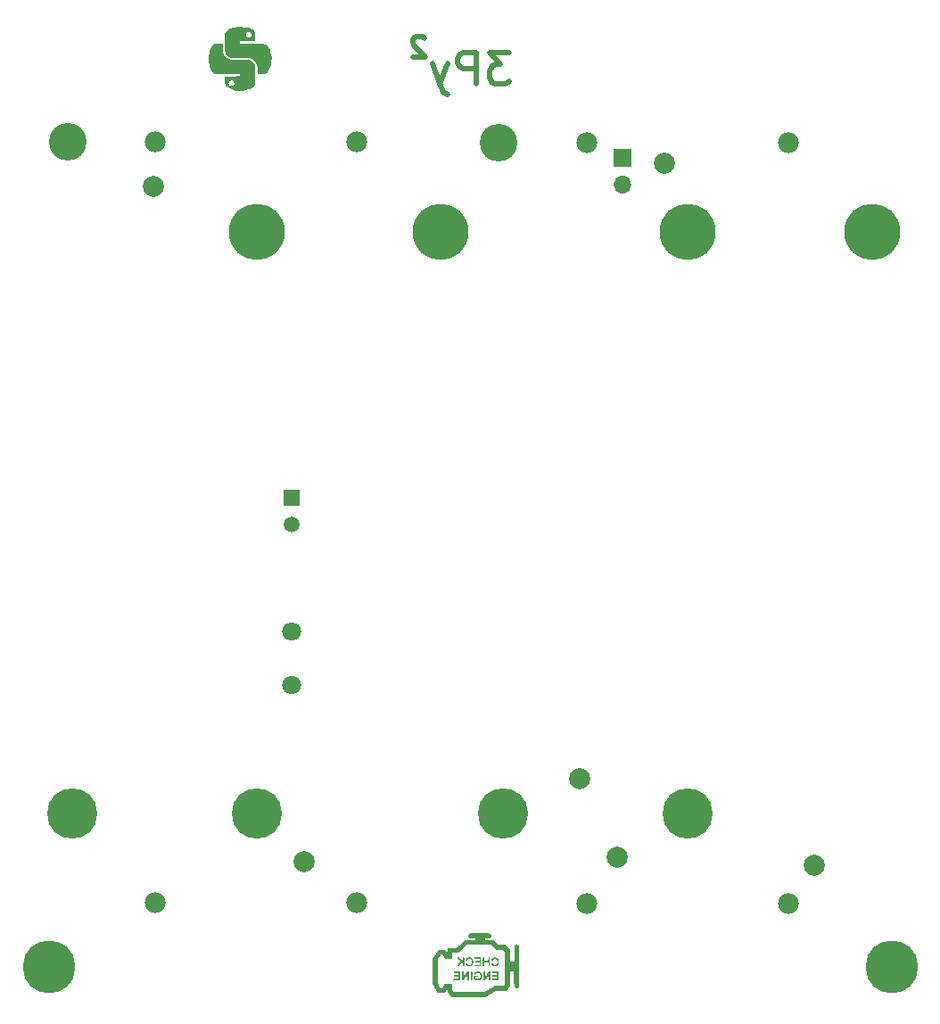
<source format=gbr>
%TF.GenerationSoftware,KiCad,Pcbnew,(6.0.7)*%
%TF.CreationDate,2023-03-29T01:01:16-07:00*%
%TF.ProjectId,battery_board_v1,62617474-6572-4795-9f62-6f6172645f76,rev?*%
%TF.SameCoordinates,Original*%
%TF.FileFunction,Soldermask,Bot*%
%TF.FilePolarity,Negative*%
%FSLAX46Y46*%
G04 Gerber Fmt 4.6, Leading zero omitted, Abs format (unit mm)*
G04 Created by KiCad (PCBNEW (6.0.7)) date 2023-03-29 01:01:16*
%MOMM*%
%LPD*%
G01*
G04 APERTURE LIST*
%ADD10C,0.500000*%
%ADD11C,4.770000*%
%ADD12C,5.325000*%
%ADD13C,3.570000*%
%ADD14C,1.980000*%
%ADD15C,5.000000*%
%ADD16C,2.000000*%
%ADD17R,1.700000X1.700000*%
%ADD18O,1.700000X1.700000*%
%ADD19R,1.508000X1.508000*%
%ADD20C,1.508000*%
%ADD21C,1.800000*%
G04 APERTURE END LIST*
D10*
X158278057Y-44737542D02*
X156420914Y-44737542D01*
X157420914Y-45880400D01*
X156992342Y-45880400D01*
X156706628Y-46023257D01*
X156563771Y-46166114D01*
X156420914Y-46451828D01*
X156420914Y-47166114D01*
X156563771Y-47451828D01*
X156706628Y-47594685D01*
X156992342Y-47737542D01*
X157849485Y-47737542D01*
X158135200Y-47594685D01*
X158278057Y-47451828D01*
X155135200Y-47737542D02*
X155135200Y-44737542D01*
X153992342Y-44737542D01*
X153706628Y-44880400D01*
X153563771Y-45023257D01*
X153420914Y-45308971D01*
X153420914Y-45737542D01*
X153563771Y-46023257D01*
X153706628Y-46166114D01*
X153992342Y-46308971D01*
X155135200Y-46308971D01*
X152420914Y-45737542D02*
X151706628Y-47737542D01*
X150992342Y-45737542D02*
X151706628Y-47737542D01*
X151992342Y-48451828D01*
X152135200Y-48594685D01*
X152420914Y-48737542D01*
X150279028Y-43392838D02*
X150183790Y-43297600D01*
X149993314Y-43202361D01*
X149517123Y-43202361D01*
X149326647Y-43297600D01*
X149231409Y-43392838D01*
X149136171Y-43583314D01*
X149136171Y-43773790D01*
X149231409Y-44059504D01*
X150374266Y-45202361D01*
X149136171Y-45202361D01*
%TO.C,G\u002A\u002A\u002A*%
G36*
X134177834Y-43266698D02*
G01*
X134185149Y-43684884D01*
X133463599Y-43690775D01*
X132742048Y-43696667D01*
X132742048Y-43875226D01*
X134996354Y-43897546D01*
X135123981Y-43957364D01*
X135176190Y-43983977D01*
X135335174Y-44096820D01*
X135467032Y-44243909D01*
X135570161Y-44423158D01*
X135642958Y-44632481D01*
X135702482Y-44919058D01*
X135733980Y-45244052D01*
X135724999Y-45568413D01*
X135675777Y-45901395D01*
X135626719Y-46104582D01*
X135553729Y-46313444D01*
X135464650Y-46483351D01*
X135358188Y-46616232D01*
X135233052Y-46714017D01*
X135087948Y-46778633D01*
X135041555Y-46788499D01*
X134949178Y-46798833D01*
X134828713Y-46805832D01*
X134689456Y-46808794D01*
X134382558Y-46810287D01*
X134382558Y-46446699D01*
X134381656Y-46329933D01*
X134375611Y-46167471D01*
X134362680Y-46035404D01*
X134341468Y-45925011D01*
X134310581Y-45827569D01*
X134268623Y-45734355D01*
X134263248Y-45724149D01*
X134186470Y-45613676D01*
X134080453Y-45503595D01*
X133957689Y-45405422D01*
X133830673Y-45330673D01*
X133679483Y-45259057D01*
X132764368Y-45247897D01*
X132554995Y-45245299D01*
X132365757Y-45242702D01*
X132212431Y-45240072D01*
X132090468Y-45237128D01*
X131995320Y-45233590D01*
X131922441Y-45229175D01*
X131867281Y-45223603D01*
X131825293Y-45216592D01*
X131791930Y-45207862D01*
X131762642Y-45197130D01*
X131732884Y-45184117D01*
X131641980Y-45130922D01*
X131531177Y-45037099D01*
X131433520Y-44924420D01*
X131362218Y-44806348D01*
X131355691Y-44791967D01*
X131344564Y-44764341D01*
X131335591Y-44733876D01*
X131328541Y-44695926D01*
X131323182Y-44645848D01*
X131319282Y-44578996D01*
X131316611Y-44490727D01*
X131314937Y-44376396D01*
X131314027Y-44231358D01*
X131313651Y-44050970D01*
X131313577Y-43830586D01*
X131313577Y-42995509D01*
X133294158Y-42995509D01*
X133295075Y-43091202D01*
X133334097Y-43190233D01*
X133337537Y-43195633D01*
X133391433Y-43254372D01*
X133456056Y-43296252D01*
X133510034Y-43315148D01*
X133603173Y-43323385D01*
X133685477Y-43291419D01*
X133765002Y-43217187D01*
X133773521Y-43206835D01*
X133811415Y-43147228D01*
X133826816Y-43082427D01*
X133824760Y-42993591D01*
X133816954Y-42946373D01*
X133779638Y-42873796D01*
X133705958Y-42813921D01*
X133645516Y-42785332D01*
X133548322Y-42770814D01*
X133458428Y-42790807D01*
X133381995Y-42839077D01*
X133325185Y-42909390D01*
X133294158Y-42995509D01*
X131313577Y-42995509D01*
X131313577Y-42960111D01*
X131368208Y-42849094D01*
X131377753Y-42830480D01*
X131475330Y-42690870D01*
X131605919Y-42569998D01*
X131759923Y-42476982D01*
X131844590Y-42441727D01*
X131974093Y-42402468D01*
X132123703Y-42373357D01*
X132299424Y-42353558D01*
X132507258Y-42342232D01*
X132753208Y-42338544D01*
X132823033Y-42338842D01*
X133124799Y-42349293D01*
X133385789Y-42374912D01*
X133607119Y-42416029D01*
X133789900Y-42472971D01*
X133935248Y-42546069D01*
X134044274Y-42635651D01*
X134118093Y-42742047D01*
X134133522Y-42775220D01*
X134148213Y-42815640D01*
X134158821Y-42862460D01*
X134166216Y-42923328D01*
X134171269Y-43005892D01*
X134173719Y-43082427D01*
X134174852Y-43117799D01*
X134177834Y-43266698D01*
G37*
G36*
X134168750Y-47670551D02*
G01*
X134162105Y-47712251D01*
X134153454Y-47745187D01*
X134142529Y-47774160D01*
X134129064Y-47803974D01*
X134065118Y-47905777D01*
X133967558Y-48012098D01*
X133850149Y-48107773D01*
X133724809Y-48181667D01*
X133631458Y-48220551D01*
X133496912Y-48266868D01*
X133348732Y-48310428D01*
X133203263Y-48346476D01*
X133076846Y-48370256D01*
X133068312Y-48371466D01*
X132840520Y-48390257D01*
X132606720Y-48385769D01*
X132373951Y-48359764D01*
X132149255Y-48314004D01*
X131939672Y-48250250D01*
X131752244Y-48170265D01*
X131594011Y-48075811D01*
X131472014Y-47968650D01*
X131466726Y-47962730D01*
X131407178Y-47887968D01*
X131363485Y-47811690D01*
X131333405Y-47725322D01*
X131324388Y-47674699D01*
X131664398Y-47674699D01*
X131687433Y-47762271D01*
X131740949Y-47838319D01*
X131826706Y-47894144D01*
X131858081Y-47906053D01*
X131956139Y-47922501D01*
X132041838Y-47898331D01*
X132123205Y-47831856D01*
X132154076Y-47792557D01*
X132193437Y-47699596D01*
X132197508Y-47603798D01*
X132169900Y-47513965D01*
X132114222Y-47438899D01*
X132034084Y-47387405D01*
X131933097Y-47368284D01*
X131841861Y-47383186D01*
X131760575Y-47429847D01*
X131702729Y-47499787D01*
X131670083Y-47584304D01*
X131664398Y-47674699D01*
X131324388Y-47674699D01*
X131314695Y-47620285D01*
X131305113Y-47488004D01*
X131302417Y-47319902D01*
X131302417Y-47011784D01*
X132022233Y-47005895D01*
X132742048Y-47000006D01*
X132748912Y-46905147D01*
X132755775Y-46810287D01*
X131620230Y-46810287D01*
X131547363Y-46810286D01*
X131284559Y-46810152D01*
X131061617Y-46809475D01*
X130874722Y-46807814D01*
X130720056Y-46804727D01*
X130593804Y-46799771D01*
X130492148Y-46792505D01*
X130411273Y-46782486D01*
X130347361Y-46769272D01*
X130296597Y-46752421D01*
X130255164Y-46731491D01*
X130219245Y-46706039D01*
X130185024Y-46675623D01*
X130148684Y-46639802D01*
X130102874Y-46588496D01*
X130011475Y-46451410D01*
X129929621Y-46282593D01*
X129859771Y-46090541D01*
X129804382Y-45883753D01*
X129765912Y-45670727D01*
X129746820Y-45459958D01*
X129749562Y-45259946D01*
X129765360Y-45095330D01*
X129803607Y-44843687D01*
X129856202Y-44614324D01*
X129921644Y-44411608D01*
X129998435Y-44239905D01*
X130085073Y-44103580D01*
X130180059Y-44007001D01*
X130202399Y-43990414D01*
X130262161Y-43952307D01*
X130324803Y-43924824D01*
X130398666Y-43906277D01*
X130492091Y-43894978D01*
X130613420Y-43889237D01*
X130770994Y-43887365D01*
X131121206Y-43886386D01*
X131128112Y-44316043D01*
X131135019Y-44745700D01*
X131206634Y-44896891D01*
X131266996Y-45005915D01*
X131392445Y-45162441D01*
X131546112Y-45286832D01*
X131723495Y-45375752D01*
X131920095Y-45425864D01*
X131958992Y-45429737D01*
X132046187Y-45434684D01*
X132166866Y-45439099D01*
X132314592Y-45442826D01*
X132482926Y-45445711D01*
X132665429Y-45447598D01*
X132855663Y-45448334D01*
X133638873Y-45448776D01*
X133775708Y-45517153D01*
X133799685Y-45529685D01*
X133942756Y-45630887D01*
X134057369Y-45760102D01*
X134136295Y-45909467D01*
X134146597Y-45938601D01*
X134156441Y-45973235D01*
X134164251Y-46013451D01*
X134170261Y-46064130D01*
X134174700Y-46130154D01*
X134177802Y-46216407D01*
X134179797Y-46327770D01*
X134180918Y-46469126D01*
X134181395Y-46645357D01*
X134181461Y-46861344D01*
X134181426Y-46967333D01*
X134181215Y-47162480D01*
X134180600Y-47320046D01*
X134179312Y-47444833D01*
X134177086Y-47541645D01*
X134174189Y-47603798D01*
X134173654Y-47615283D01*
X134168750Y-47670551D01*
G37*
G36*
X153408491Y-131972817D02*
G01*
X153470377Y-131973195D01*
X153525153Y-131973948D01*
X153569723Y-131975090D01*
X153600995Y-131976633D01*
X153615876Y-131978591D01*
X153619107Y-131980925D01*
X153622430Y-131987484D01*
X153625112Y-131999768D01*
X153627221Y-132019541D01*
X153628824Y-132048566D01*
X153629985Y-132088605D01*
X153630773Y-132141421D01*
X153631253Y-132208776D01*
X153631493Y-132292435D01*
X153631558Y-132394158D01*
X153631549Y-132424742D01*
X153631347Y-132525421D01*
X153630849Y-132608128D01*
X153630009Y-132674323D01*
X153628784Y-132725466D01*
X153627131Y-132763016D01*
X153625006Y-132788434D01*
X153622365Y-132803178D01*
X153619165Y-132808708D01*
X153618967Y-132808782D01*
X153604128Y-132810556D01*
X153572865Y-132811974D01*
X153528197Y-132813044D01*
X153473146Y-132813776D01*
X153410732Y-132814181D01*
X153343978Y-132814267D01*
X153275903Y-132814045D01*
X153209529Y-132813524D01*
X153147876Y-132812713D01*
X153093967Y-132811622D01*
X153050821Y-132810261D01*
X153021460Y-132808640D01*
X153008905Y-132806767D01*
X153004601Y-132802094D01*
X152999088Y-132779848D01*
X152998991Y-132739998D01*
X153002011Y-132681433D01*
X153477889Y-132671519D01*
X153477889Y-132453408D01*
X153051581Y-132443494D01*
X153048630Y-132381531D01*
X153047589Y-132352067D01*
X153047529Y-132327692D01*
X153048630Y-132317588D01*
X153050378Y-132317324D01*
X153067476Y-132316348D01*
X153100375Y-132315043D01*
X153146161Y-132313508D01*
X153201919Y-132311844D01*
X153264735Y-132310152D01*
X153477889Y-132304696D01*
X153480724Y-132208217D01*
X153483560Y-132111738D01*
X153252699Y-132109076D01*
X153021839Y-132106414D01*
X153018819Y-132047849D01*
X153018207Y-132027659D01*
X153020711Y-131995912D01*
X153028733Y-131981080D01*
X153035995Y-131979582D01*
X153061051Y-131977699D01*
X153100648Y-131976100D01*
X153151693Y-131974798D01*
X153211094Y-131973805D01*
X153275756Y-131973135D01*
X153342586Y-131972802D01*
X153408491Y-131972817D01*
G37*
G36*
X158356453Y-133308815D02*
G01*
X158354768Y-133347424D01*
X158352833Y-133374723D01*
X158350626Y-133391812D01*
X158348125Y-133399792D01*
X158347380Y-133400779D01*
X158335365Y-133414474D01*
X158311742Y-133440087D01*
X158278387Y-133475632D01*
X158237174Y-133519118D01*
X158189979Y-133568558D01*
X158138675Y-133621963D01*
X157941565Y-133826515D01*
X156953683Y-133826515D01*
X156836746Y-133904378D01*
X156834233Y-133906051D01*
X156793630Y-133932996D01*
X156740175Y-133968356D01*
X156677325Y-134009850D01*
X156608540Y-134055195D01*
X156537278Y-134102111D01*
X156466999Y-134148314D01*
X156449667Y-134159703D01*
X156383991Y-134202914D01*
X156321744Y-134243953D01*
X156265558Y-134281079D01*
X156218061Y-134312553D01*
X156181885Y-134336635D01*
X156159661Y-134351585D01*
X156131724Y-134370071D01*
X156106897Y-134385363D01*
X156092742Y-134392680D01*
X156085211Y-134393016D01*
X156058799Y-134393387D01*
X156014463Y-134393708D01*
X155953251Y-134393979D01*
X155876216Y-134394200D01*
X155784409Y-134394370D01*
X155678881Y-134394488D01*
X155560683Y-134394555D01*
X155430865Y-134394569D01*
X155290480Y-134394529D01*
X155140578Y-134394437D01*
X154982211Y-134394290D01*
X154816428Y-134394088D01*
X154644283Y-134393831D01*
X154466824Y-134393518D01*
X152853299Y-134390458D01*
X152788768Y-134324119D01*
X152761976Y-134296343D01*
X152724478Y-134257122D01*
X152680261Y-134210635D01*
X152632789Y-134160527D01*
X152585529Y-134110440D01*
X152551896Y-134074770D01*
X152511218Y-134030941D01*
X152481114Y-133995729D01*
X152459978Y-133965446D01*
X152446206Y-133936399D01*
X152438195Y-133904898D01*
X152434340Y-133867253D01*
X152433037Y-133819774D01*
X152432683Y-133758769D01*
X152432446Y-133733668D01*
X152431215Y-133687883D01*
X152428826Y-133658615D01*
X152425025Y-133643549D01*
X152419556Y-133640374D01*
X152417286Y-133642010D01*
X152404332Y-133656578D01*
X152382654Y-133684119D01*
X152354082Y-133722211D01*
X152320447Y-133768430D01*
X152283578Y-133820356D01*
X152159994Y-133996457D01*
X151822571Y-133990235D01*
X151762904Y-133989073D01*
X151686259Y-133987392D01*
X151617158Y-133985663D01*
X151558057Y-133983958D01*
X151511413Y-133982350D01*
X151479682Y-133980910D01*
X151465321Y-133979712D01*
X151461273Y-133978245D01*
X151444019Y-133963087D01*
X151428533Y-133938142D01*
X151424475Y-133929328D01*
X151411361Y-133901182D01*
X151392015Y-133859880D01*
X151367875Y-133808490D01*
X151340383Y-133750079D01*
X151310979Y-133687717D01*
X151296215Y-133656425D01*
X151266359Y-133593091D01*
X151238452Y-133533824D01*
X151214124Y-133482089D01*
X151195005Y-133441352D01*
X151182725Y-133415079D01*
X151169090Y-133385868D01*
X151148469Y-133341879D01*
X151124858Y-133291648D01*
X151101142Y-133241320D01*
X151047218Y-133127045D01*
X151046420Y-132968278D01*
X151490106Y-132968278D01*
X151604353Y-133236292D01*
X151612246Y-133254794D01*
X151641069Y-133322117D01*
X151667363Y-133383168D01*
X151690086Y-133435549D01*
X151708194Y-133476865D01*
X151720646Y-133504719D01*
X151726397Y-133516715D01*
X151740549Y-133523705D01*
X151773984Y-133528783D01*
X151825928Y-133531587D01*
X151917664Y-133534048D01*
X151969522Y-133449778D01*
X151987442Y-133420551D01*
X152019145Y-133368542D01*
X152052924Y-133312850D01*
X152083959Y-133261410D01*
X152084253Y-133260920D01*
X152109433Y-133219876D01*
X152131877Y-133184802D01*
X152149147Y-133159406D01*
X152158810Y-133147397D01*
X152167420Y-133145983D01*
X152193619Y-133144772D01*
X152234466Y-133144051D01*
X152287143Y-133143781D01*
X152348828Y-133143921D01*
X152416703Y-133144432D01*
X152487947Y-133145274D01*
X152559742Y-133146407D01*
X152629266Y-133147791D01*
X152693702Y-133149387D01*
X152750228Y-133151153D01*
X152796025Y-133153052D01*
X152828273Y-133155042D01*
X152844153Y-133157084D01*
X152846570Y-133161865D01*
X152850482Y-133185325D01*
X152854538Y-133227911D01*
X152858707Y-133289197D01*
X152862956Y-133368756D01*
X152867254Y-133466161D01*
X152879673Y-133771988D01*
X152940842Y-133833725D01*
X152948611Y-133841486D01*
X152982055Y-133873403D01*
X153013773Y-133901647D01*
X153037804Y-133920863D01*
X153073597Y-133946262D01*
X153360013Y-133943756D01*
X153365285Y-133943710D01*
X153416347Y-133943278D01*
X153485334Y-133942711D01*
X153570562Y-133942023D01*
X153670348Y-133941227D01*
X153783009Y-133940336D01*
X153906862Y-133939363D01*
X154040224Y-133938321D01*
X154181412Y-133937224D01*
X154328743Y-133936085D01*
X154480534Y-133934916D01*
X154635102Y-133933732D01*
X154790763Y-133932545D01*
X154956463Y-133931269D01*
X155114624Y-133930008D01*
X155255059Y-133928822D01*
X155378850Y-133927688D01*
X155487082Y-133926583D01*
X155580837Y-133925483D01*
X155661198Y-133924365D01*
X155729250Y-133923205D01*
X155786075Y-133921980D01*
X155832757Y-133920665D01*
X155870379Y-133919238D01*
X155900024Y-133917675D01*
X155922777Y-133915953D01*
X155939720Y-133914047D01*
X155951937Y-133911935D01*
X155960510Y-133909592D01*
X155966525Y-133906996D01*
X155976113Y-133901648D01*
X156004711Y-133884835D01*
X156041626Y-133862453D01*
X156081285Y-133837858D01*
X156100781Y-133825653D01*
X156145750Y-133797619D01*
X156199583Y-133764164D01*
X156257152Y-133728472D01*
X156313330Y-133693729D01*
X156317295Y-133691280D01*
X156374211Y-133656081D01*
X156442025Y-133614074D01*
X156515251Y-133568661D01*
X156588404Y-133523243D01*
X156655998Y-133481223D01*
X156849954Y-133360551D01*
X157112048Y-133359593D01*
X157149791Y-133359401D01*
X157237807Y-133358614D01*
X157329500Y-133357401D01*
X157418995Y-133355857D01*
X157500414Y-133354077D01*
X157567881Y-133352158D01*
X157761621Y-133345680D01*
X157894623Y-133226710D01*
X157894171Y-131645407D01*
X157893720Y-130064103D01*
X157814945Y-129981001D01*
X157736170Y-129897898D01*
X157086632Y-129901304D01*
X156863647Y-129677844D01*
X156640661Y-129454384D01*
X154208946Y-129454384D01*
X153967344Y-129704542D01*
X153936518Y-129736458D01*
X153872465Y-129802758D01*
X153808365Y-129869087D01*
X153746982Y-129932588D01*
X153691080Y-129990401D01*
X153643422Y-130039667D01*
X153606773Y-130077526D01*
X153487803Y-130200352D01*
X153183995Y-130195435D01*
X153152245Y-130194955D01*
X153078664Y-130194121D01*
X153012426Y-130193750D01*
X152956025Y-130193834D01*
X152911958Y-130194362D01*
X152882722Y-130195324D01*
X152870814Y-130196709D01*
X152870722Y-130196781D01*
X152867878Y-130208601D01*
X152864634Y-130237520D01*
X152861177Y-130280913D01*
X152857691Y-130336153D01*
X152854364Y-130400613D01*
X152851380Y-130471668D01*
X152851317Y-130473347D01*
X152848405Y-130544614D01*
X152845307Y-130609523D01*
X152842187Y-130665383D01*
X152839208Y-130709501D01*
X152836535Y-130739185D01*
X152834331Y-130751743D01*
X152833375Y-130752655D01*
X152820993Y-130755995D01*
X152794243Y-130758640D01*
X152752033Y-130760628D01*
X152693273Y-130761999D01*
X152616872Y-130762793D01*
X152521740Y-130763049D01*
X152216137Y-130763049D01*
X152160893Y-130676301D01*
X152139065Y-130641860D01*
X152105744Y-130588914D01*
X152070509Y-130532606D01*
X152038100Y-130480497D01*
X151970551Y-130371441D01*
X151904012Y-130368514D01*
X151897928Y-130368268D01*
X151852861Y-130368953D01*
X151821028Y-130376397D01*
X151796918Y-130392817D01*
X151775022Y-130420432D01*
X151769797Y-130428242D01*
X151752692Y-130453706D01*
X151727418Y-130491266D01*
X151695864Y-130538115D01*
X151659917Y-130591449D01*
X151621468Y-130648464D01*
X151490106Y-130843196D01*
X151490106Y-132968278D01*
X151046420Y-132968278D01*
X151041106Y-131911186D01*
X151034994Y-130695326D01*
X151146059Y-130535915D01*
X151173208Y-130496904D01*
X151222236Y-130426306D01*
X151274732Y-130350566D01*
X151325948Y-130276538D01*
X151371136Y-130211076D01*
X151371329Y-130210796D01*
X151409453Y-130155498D01*
X151446877Y-130101249D01*
X151480964Y-130051870D01*
X151509077Y-130011179D01*
X151528579Y-129982998D01*
X151572008Y-129920348D01*
X152210796Y-129920348D01*
X152313779Y-130049284D01*
X152339409Y-130080882D01*
X152371654Y-130119140D01*
X152398470Y-130149224D01*
X152417612Y-130168638D01*
X152426834Y-130174889D01*
X152427304Y-130174621D01*
X152430800Y-130164861D01*
X152434146Y-130140825D01*
X152437396Y-130101588D01*
X152440606Y-130046223D01*
X152443830Y-129973806D01*
X152447123Y-129883411D01*
X152450539Y-129774115D01*
X152451776Y-129731980D01*
X152868822Y-129731980D01*
X152952831Y-129731868D01*
X153057738Y-129731306D01*
X153143664Y-129730259D01*
X153211107Y-129728716D01*
X153260566Y-129726663D01*
X153292538Y-129724087D01*
X153307522Y-129720977D01*
X153309583Y-129719585D01*
X153324794Y-129706439D01*
X153352156Y-129681048D01*
X153390261Y-129644773D01*
X153437704Y-129598977D01*
X153493079Y-129545022D01*
X153554980Y-129484268D01*
X153622001Y-129418079D01*
X153692736Y-129347817D01*
X154056295Y-128985659D01*
X154547330Y-128990536D01*
X154580940Y-128990865D01*
X154688727Y-128991829D01*
X154778687Y-128992442D01*
X154852379Y-128992675D01*
X154911364Y-128992498D01*
X154957203Y-128991883D01*
X154991456Y-128990799D01*
X155015684Y-128989217D01*
X155031447Y-128987108D01*
X155040306Y-128984442D01*
X155043821Y-128981191D01*
X155046502Y-128965456D01*
X155048510Y-128935930D01*
X155049278Y-128899547D01*
X155049278Y-128832123D01*
X154808861Y-128825326D01*
X154764458Y-128823922D01*
X154698429Y-128821271D01*
X154639485Y-128818237D01*
X154590813Y-128815016D01*
X154555596Y-128811800D01*
X154537018Y-128808784D01*
X154522344Y-128802269D01*
X154489899Y-128778496D01*
X154456102Y-128744195D01*
X154425532Y-128704309D01*
X154402764Y-128663782D01*
X154391699Y-128630605D01*
X154387012Y-128570760D01*
X154399429Y-128510217D01*
X154427959Y-128452742D01*
X154471613Y-128402099D01*
X154472644Y-128401169D01*
X154491514Y-128385414D01*
X154509707Y-128374648D01*
X154532326Y-128367151D01*
X154564477Y-128361208D01*
X154611261Y-128355100D01*
X154637667Y-128352986D01*
X154683476Y-128350918D01*
X154745127Y-128349086D01*
X154820547Y-128347491D01*
X154907663Y-128346136D01*
X155004403Y-128345023D01*
X155108691Y-128344153D01*
X155218456Y-128343530D01*
X155331624Y-128343155D01*
X155446122Y-128343031D01*
X155559877Y-128343158D01*
X155670814Y-128343540D01*
X155776862Y-128344178D01*
X155875947Y-128345075D01*
X155965995Y-128346233D01*
X156044934Y-128347653D01*
X156110690Y-128349338D01*
X156161190Y-128351290D01*
X156194360Y-128353510D01*
X156213821Y-128355332D01*
X156268037Y-128359574D01*
X156320766Y-128362700D01*
X156362901Y-128364134D01*
X156399834Y-128365936D01*
X156438685Y-128370524D01*
X156466641Y-128376782D01*
X156478021Y-128381825D01*
X156511208Y-128407353D01*
X156543349Y-128445868D01*
X156570887Y-128492594D01*
X156590263Y-128542751D01*
X156598547Y-128574765D01*
X156601170Y-128598671D01*
X156597229Y-128621620D01*
X156586403Y-128652822D01*
X156578240Y-128672202D01*
X156557844Y-128710913D01*
X156536532Y-128742251D01*
X156519202Y-128761255D01*
X156499701Y-128776921D01*
X156476062Y-128789049D01*
X156445670Y-128798231D01*
X156405911Y-128805058D01*
X156354168Y-128810120D01*
X156287828Y-128814007D01*
X156204275Y-128817312D01*
X155986164Y-128824837D01*
X155989696Y-128904150D01*
X155990086Y-128911838D01*
X155993544Y-128949834D01*
X155998650Y-128977764D01*
X156004568Y-128990747D01*
X156009396Y-128991667D01*
X156032134Y-128993153D01*
X156071364Y-128994514D01*
X156124987Y-128995713D01*
X156190905Y-128996715D01*
X156267021Y-128997484D01*
X156351234Y-128997985D01*
X156441447Y-128998182D01*
X156866987Y-128998334D01*
X157090822Y-129221306D01*
X157314657Y-129444279D01*
X157929333Y-129445275D01*
X158132573Y-129637480D01*
X158335812Y-129829686D01*
X158341946Y-130055950D01*
X158342658Y-130083583D01*
X158344495Y-130167593D01*
X158346191Y-130262334D01*
X158347646Y-130361205D01*
X158348759Y-130457606D01*
X158349427Y-130544938D01*
X158349814Y-130598395D01*
X158350749Y-130676687D01*
X158352047Y-130752231D01*
X158353618Y-130820756D01*
X158355375Y-130877992D01*
X158357228Y-130919670D01*
X158363681Y-131031678D01*
X158567858Y-131028726D01*
X158772034Y-131025774D01*
X158768714Y-130535024D01*
X158768339Y-130462344D01*
X158768265Y-130330062D01*
X158768967Y-130203590D01*
X158770399Y-130084487D01*
X158772515Y-129974308D01*
X158775267Y-129874611D01*
X158778610Y-129786953D01*
X158782497Y-129712892D01*
X158786882Y-129653984D01*
X158791718Y-129611787D01*
X158796959Y-129587858D01*
X158805322Y-129572938D01*
X158825071Y-129546980D01*
X158850167Y-129519484D01*
X158863683Y-129506473D01*
X158920903Y-129462920D01*
X158977312Y-129439097D01*
X159033304Y-129434959D01*
X159089273Y-129450459D01*
X159145616Y-129485554D01*
X159149217Y-129488445D01*
X159179114Y-129517155D01*
X159201071Y-129549894D01*
X159216638Y-129590593D01*
X159227366Y-129643182D01*
X159234807Y-129711593D01*
X159235749Y-129730880D01*
X159236827Y-129770163D01*
X159237925Y-129827139D01*
X159239036Y-129900686D01*
X159240150Y-129989678D01*
X159241258Y-130092991D01*
X159242350Y-130209502D01*
X159243417Y-130338087D01*
X159244451Y-130477621D01*
X159245440Y-130626981D01*
X159246377Y-130785042D01*
X159247253Y-130950681D01*
X159248057Y-131122774D01*
X159248780Y-131300196D01*
X159249414Y-131481824D01*
X159249721Y-131579622D01*
X159250369Y-131803151D01*
X159250873Y-132008014D01*
X159251222Y-132195034D01*
X159251404Y-132365033D01*
X159251407Y-132518833D01*
X159251221Y-132657257D01*
X159250833Y-132781128D01*
X159250234Y-132891269D01*
X159249410Y-132988501D01*
X159248351Y-133073647D01*
X159247045Y-133147531D01*
X159245482Y-133210973D01*
X159243649Y-133264798D01*
X159241536Y-133309828D01*
X159239130Y-133346885D01*
X159236421Y-133376791D01*
X159233397Y-133400370D01*
X159230047Y-133418444D01*
X159226360Y-133431835D01*
X159222323Y-133441366D01*
X159221033Y-133443711D01*
X159195715Y-133478746D01*
X159159860Y-133516375D01*
X159119978Y-133550392D01*
X159082578Y-133574592D01*
X159042918Y-133590893D01*
X158992580Y-133598210D01*
X158944437Y-133587883D01*
X158896328Y-133559339D01*
X158846092Y-133512007D01*
X158841938Y-133507495D01*
X158825962Y-133490546D01*
X158812120Y-133475604D01*
X158800260Y-133461212D01*
X158790230Y-133445916D01*
X158781878Y-133428259D01*
X158775051Y-133406786D01*
X158769596Y-133380041D01*
X158765362Y-133346569D01*
X158762197Y-133304914D01*
X158759948Y-133253621D01*
X158758462Y-133191233D01*
X158757588Y-133116296D01*
X158757174Y-133027354D01*
X158757066Y-132922951D01*
X158757113Y-132801631D01*
X158757163Y-132661939D01*
X158757163Y-131952326D01*
X158365555Y-131957702D01*
X158363010Y-132669937D01*
X158362583Y-132778015D01*
X158361923Y-132907596D01*
X158361149Y-133019264D01*
X158360237Y-133114120D01*
X158359165Y-133193263D01*
X158358516Y-133226710D01*
X158357912Y-133257795D01*
X158356453Y-133308815D01*
G37*
G36*
X153898942Y-131973742D02*
G01*
X153923214Y-131978591D01*
X153927013Y-131981206D01*
X153930923Y-131988696D01*
X153933886Y-132002867D01*
X153936026Y-132025913D01*
X153937471Y-132060022D01*
X153938347Y-132107387D01*
X153938780Y-132170197D01*
X153938896Y-132250644D01*
X153938896Y-132251149D01*
X153939175Y-132321716D01*
X153939954Y-132385573D01*
X153941158Y-132440096D01*
X153942713Y-132482662D01*
X153944545Y-132510648D01*
X153946580Y-132521429D01*
X153950512Y-132518286D01*
X153964494Y-132501001D01*
X153987119Y-132470360D01*
X154017057Y-132428244D01*
X154052975Y-132376533D01*
X154093542Y-132317110D01*
X154137427Y-132251854D01*
X154320590Y-131977530D01*
X154369504Y-131974434D01*
X154384681Y-131973785D01*
X154417755Y-131974267D01*
X154441381Y-131977101D01*
X154464345Y-131982865D01*
X154464345Y-132393286D01*
X154464335Y-132424957D01*
X154464132Y-132525575D01*
X154463631Y-132608234D01*
X154462790Y-132674393D01*
X154461564Y-132725508D01*
X154459912Y-132763039D01*
X154457787Y-132788444D01*
X154455149Y-132803181D01*
X154451952Y-132808708D01*
X154430336Y-132813262D01*
X154399946Y-132814709D01*
X154368167Y-132813239D01*
X154342042Y-132809186D01*
X154328611Y-132802881D01*
X154328596Y-132802859D01*
X154326294Y-132789874D01*
X154323881Y-132759794D01*
X154321482Y-132715334D01*
X154319224Y-132659206D01*
X154317233Y-132594126D01*
X154315633Y-132522807D01*
X154310676Y-132255126D01*
X153937956Y-132815274D01*
X153875967Y-132815274D01*
X153847724Y-132814135D01*
X153818174Y-132809863D01*
X153802081Y-132803377D01*
X153801277Y-132801983D01*
X153798241Y-132784721D01*
X153795646Y-132750868D01*
X153793493Y-132703025D01*
X153791781Y-132643793D01*
X153790511Y-132575774D01*
X153789681Y-132501567D01*
X153789294Y-132423775D01*
X153789347Y-132344998D01*
X153789842Y-132267837D01*
X153790778Y-132194894D01*
X153792156Y-132128768D01*
X153793975Y-132072062D01*
X153796236Y-132027377D01*
X153798938Y-131997312D01*
X153802081Y-131984470D01*
X153810008Y-131980128D01*
X153834685Y-131974882D01*
X153866881Y-131972630D01*
X153898942Y-131973742D01*
G37*
G36*
X154749025Y-131976749D02*
G01*
X154767562Y-131983181D01*
X154770592Y-131987576D01*
X154773666Y-131998398D01*
X154776134Y-132016876D01*
X154778056Y-132044748D01*
X154779492Y-132083752D01*
X154780504Y-132135628D01*
X154781152Y-132202114D01*
X154781496Y-132284951D01*
X154781597Y-132385875D01*
X154781581Y-132414459D01*
X154781174Y-132524675D01*
X154780218Y-132616716D01*
X154778723Y-132690255D01*
X154776698Y-132744961D01*
X154774151Y-132780504D01*
X154771089Y-132796555D01*
X154766258Y-132803867D01*
X154754727Y-132811307D01*
X154734155Y-132814023D01*
X154699212Y-132813253D01*
X154637842Y-132810317D01*
X154637842Y-131977530D01*
X154695685Y-131974532D01*
X154716906Y-131974109D01*
X154749025Y-131976749D01*
G37*
G36*
X155914286Y-130642911D02*
G01*
X155915973Y-130643090D01*
X155922055Y-130646012D01*
X155926334Y-130654536D01*
X155929120Y-130671507D01*
X155930725Y-130699769D01*
X155931460Y-130742168D01*
X155931636Y-130801549D01*
X155931684Y-130849595D01*
X155932099Y-130895121D01*
X155933289Y-130926152D01*
X155935662Y-130945672D01*
X155939623Y-130956664D01*
X155945581Y-130962112D01*
X155953943Y-130964997D01*
X155960911Y-130966123D01*
X155987138Y-130968061D01*
X156027045Y-130969630D01*
X156076611Y-130970693D01*
X156131812Y-130971111D01*
X156172471Y-130970974D01*
X156226302Y-130969888D01*
X156263434Y-130967603D01*
X156285816Y-130963974D01*
X156295395Y-130958853D01*
X156296719Y-130954923D01*
X156299647Y-130933485D01*
X156302291Y-130897751D01*
X156304404Y-130851555D01*
X156305739Y-130798730D01*
X156306202Y-130773624D01*
X156307532Y-130724591D01*
X156309192Y-130684623D01*
X156311015Y-130657305D01*
X156312834Y-130646228D01*
X156320424Y-130644309D01*
X156343215Y-130642802D01*
X156374953Y-130642728D01*
X156402093Y-130644222D01*
X156429750Y-130650061D01*
X156444985Y-130661207D01*
X156445557Y-130662084D01*
X156448753Y-130672004D01*
X156451294Y-130690681D01*
X156453218Y-130719694D01*
X156454562Y-130760626D01*
X156455364Y-130815058D01*
X156455662Y-130884570D01*
X156455495Y-130970744D01*
X156454899Y-131075162D01*
X156452128Y-131471909D01*
X156380250Y-131474822D01*
X156308373Y-131477735D01*
X156306420Y-131405423D01*
X156305751Y-131365400D01*
X156305658Y-131309476D01*
X156306367Y-131258756D01*
X156306578Y-131216221D01*
X156305286Y-131173978D01*
X156302755Y-131142265D01*
X156297244Y-131100130D01*
X156120458Y-131100130D01*
X156106996Y-131100136D01*
X156046145Y-131100436D01*
X156001929Y-131101354D01*
X155971659Y-131103120D01*
X155952649Y-131105964D01*
X155942209Y-131110118D01*
X155937654Y-131115812D01*
X155936073Y-131125994D01*
X155934304Y-131153858D01*
X155932898Y-131195129D01*
X155931971Y-131246222D01*
X155931636Y-131303552D01*
X155931636Y-131475610D01*
X155899415Y-131479574D01*
X155870782Y-131481206D01*
X155835246Y-131478825D01*
X155806300Y-131472438D01*
X155790511Y-131463044D01*
X155790020Y-131461412D01*
X155788448Y-131443850D01*
X155787002Y-131409301D01*
X155785723Y-131359950D01*
X155784651Y-131297983D01*
X155783825Y-131225582D01*
X155783287Y-131144934D01*
X155783076Y-131058223D01*
X155782924Y-130664365D01*
X155805231Y-130651131D01*
X155805696Y-130650857D01*
X155820928Y-130644128D01*
X155840746Y-130640814D01*
X155870186Y-130640535D01*
X155914286Y-130642911D01*
G37*
G36*
X153986415Y-130640897D02*
G01*
X154014056Y-130646528D01*
X154029331Y-130655507D01*
X154030016Y-130657914D01*
X154031729Y-130677172D01*
X154033184Y-130713280D01*
X154034349Y-130764058D01*
X154035193Y-130827328D01*
X154035682Y-130900910D01*
X154035785Y-130982624D01*
X154035470Y-131070292D01*
X154033080Y-131471719D01*
X154003338Y-131478374D01*
X153982406Y-131480953D01*
X153949209Y-131480698D01*
X153917678Y-131476964D01*
X153896836Y-131470424D01*
X153896102Y-131469330D01*
X153893444Y-131453792D01*
X153891292Y-131423170D01*
X153889851Y-131381243D01*
X153889325Y-131331789D01*
X153889325Y-131197797D01*
X153789619Y-131095173D01*
X153761895Y-131127418D01*
X153759240Y-131130596D01*
X153741387Y-131153856D01*
X153716184Y-131188571D01*
X153686599Y-131230598D01*
X153655601Y-131275793D01*
X153650362Y-131283521D01*
X153618262Y-131330253D01*
X153587230Y-131374505D01*
X153560574Y-131411604D01*
X153541602Y-131436874D01*
X153506174Y-131481824D01*
X153427590Y-131476867D01*
X153387091Y-131473329D01*
X153361363Y-131467059D01*
X153350532Y-131455568D01*
X153354011Y-131436325D01*
X153371214Y-131406796D01*
X153401553Y-131364449D01*
X153446028Y-131304243D01*
X153498950Y-131232269D01*
X153546849Y-131166754D01*
X153588589Y-131109272D01*
X153623032Y-131061397D01*
X153649042Y-131024703D01*
X153665482Y-131000763D01*
X153671214Y-130991151D01*
X153669989Y-130989224D01*
X153657930Y-130975666D01*
X153634631Y-130951154D01*
X153602116Y-130917774D01*
X153562413Y-130877616D01*
X153517545Y-130832767D01*
X153498720Y-130813959D01*
X153455618Y-130770145D01*
X153418542Y-130731407D01*
X153389533Y-130699938D01*
X153370631Y-130677932D01*
X153363876Y-130667583D01*
X153364509Y-130660919D01*
X153369964Y-130652916D01*
X153384130Y-130647930D01*
X153410713Y-130644942D01*
X153453419Y-130642930D01*
X153527460Y-130640276D01*
X153700133Y-130815675D01*
X153737448Y-130853383D01*
X153781999Y-130897849D01*
X153820610Y-130935765D01*
X153851308Y-130965217D01*
X153872117Y-130984291D01*
X153881066Y-130991074D01*
X153883242Y-130985089D01*
X153885668Y-130962256D01*
X153887595Y-130925367D01*
X153888866Y-130877639D01*
X153889325Y-130822289D01*
X153889325Y-130820515D01*
X153889415Y-130759512D01*
X153889925Y-130715354D01*
X153891223Y-130685129D01*
X153893675Y-130665925D01*
X153897650Y-130654832D01*
X153903513Y-130648939D01*
X153911632Y-130645334D01*
X153923136Y-130642190D01*
X153953683Y-130639241D01*
X153986415Y-130640897D01*
G37*
G36*
X154544601Y-130630687D02*
G01*
X154620556Y-130645808D01*
X154691703Y-130674384D01*
X154754620Y-130716098D01*
X154805885Y-130770633D01*
X154829401Y-130805572D01*
X154855891Y-130857303D01*
X154873094Y-130912768D01*
X154882449Y-130977121D01*
X154885395Y-131055516D01*
X154885151Y-131101275D01*
X154883415Y-131144168D01*
X154879400Y-131177603D01*
X154872364Y-131207286D01*
X154861565Y-131238927D01*
X154847141Y-131275207D01*
X154820862Y-131328416D01*
X154790908Y-131371270D01*
X154753481Y-131409776D01*
X154748694Y-131414033D01*
X154699624Y-131449399D01*
X154645051Y-131472504D01*
X154578357Y-131486237D01*
X154551060Y-131489913D01*
X154525639Y-131493413D01*
X154513915Y-131495132D01*
X154513306Y-131495177D01*
X154499262Y-131494099D01*
X154471615Y-131491036D01*
X154435625Y-131486564D01*
X154424881Y-131485013D01*
X154347157Y-131463281D01*
X154279905Y-131424916D01*
X154224268Y-131370750D01*
X154181391Y-131301614D01*
X154173282Y-131283884D01*
X154157696Y-131240705D01*
X154155792Y-131209734D01*
X154168769Y-131188338D01*
X154197822Y-131173889D01*
X154244151Y-131163755D01*
X154260177Y-131161357D01*
X154279383Y-131161598D01*
X154290563Y-131171592D01*
X154301243Y-131195529D01*
X154319424Y-131237951D01*
X154338831Y-131273509D01*
X154359889Y-131299630D01*
X154386125Y-131321549D01*
X154400858Y-131330868D01*
X154453268Y-131350410D01*
X154512824Y-131356442D01*
X154573230Y-131348071D01*
X154616808Y-131329505D01*
X154661723Y-131292423D01*
X154697335Y-131241732D01*
X154722629Y-131180041D01*
X154736588Y-131109958D01*
X154738195Y-131034090D01*
X154726434Y-130955045D01*
X154716180Y-130915756D01*
X154704160Y-130884518D01*
X154687738Y-130858827D01*
X154663136Y-130831295D01*
X154647932Y-130816641D01*
X154598868Y-130783143D01*
X154543686Y-130766465D01*
X154478412Y-130765182D01*
X154455336Y-130768132D01*
X154401496Y-130786198D01*
X154359539Y-130819787D01*
X154327940Y-130869962D01*
X154303153Y-130924104D01*
X154250752Y-130917945D01*
X154238151Y-130916407D01*
X154201401Y-130910449D01*
X154179763Y-130902926D01*
X154169511Y-130891959D01*
X154166921Y-130875671D01*
X154167859Y-130865626D01*
X154178522Y-130831484D01*
X154198389Y-130791611D01*
X154224091Y-130752178D01*
X154252260Y-130719351D01*
X154261137Y-130711096D01*
X154322105Y-130669226D01*
X154391953Y-130642079D01*
X154467259Y-130629339D01*
X154544601Y-130630687D01*
G37*
G36*
X155373841Y-131968248D02*
G01*
X155414091Y-131974210D01*
X155449413Y-131984253D01*
X155487588Y-132000073D01*
X155493851Y-132003003D01*
X155559902Y-132043248D01*
X155614849Y-132094137D01*
X155654436Y-132151803D01*
X155655833Y-132154562D01*
X155691848Y-132246459D01*
X155710645Y-132342481D01*
X155712162Y-132439249D01*
X155696337Y-132533386D01*
X155663109Y-132621516D01*
X155653529Y-132638978D01*
X155608945Y-132696828D01*
X155550116Y-132747639D01*
X155481204Y-132788266D01*
X155406369Y-132815565D01*
X155392054Y-132817969D01*
X155357709Y-132820579D01*
X155313575Y-132821709D01*
X155265696Y-132821119D01*
X155253918Y-132820730D01*
X155208491Y-132818565D01*
X155174796Y-132814723D01*
X155146155Y-132807665D01*
X155115892Y-132795855D01*
X155077327Y-132777755D01*
X155061671Y-132770035D01*
X155022161Y-132749377D01*
X154988787Y-132730366D01*
X154967487Y-132716322D01*
X154940223Y-132694865D01*
X154940223Y-132537308D01*
X154940243Y-132511168D01*
X154940579Y-132458876D01*
X154941612Y-132422120D01*
X154943697Y-132397839D01*
X154947194Y-132382973D01*
X154952459Y-132374462D01*
X154959849Y-132369246D01*
X154961925Y-132368359D01*
X154983837Y-132364561D01*
X155023124Y-132362089D01*
X155077765Y-132361028D01*
X155145739Y-132361462D01*
X155312003Y-132364181D01*
X155312003Y-132493065D01*
X155088935Y-132498671D01*
X155088935Y-132623260D01*
X155149825Y-132652347D01*
X155153332Y-132654013D01*
X155186663Y-132668329D01*
X155216358Y-132676606D01*
X155250222Y-132680384D01*
X155296059Y-132681203D01*
X155303847Y-132681168D01*
X155346465Y-132679903D01*
X155377261Y-132675835D01*
X155403171Y-132667548D01*
X155431132Y-132653626D01*
X155456714Y-132637479D01*
X155502983Y-132592470D01*
X155535537Y-132533915D01*
X155554953Y-132460916D01*
X155558119Y-132437370D01*
X155559538Y-132361384D01*
X155547985Y-132290447D01*
X155524690Y-132227275D01*
X155490882Y-132174579D01*
X155447790Y-132135073D01*
X155396643Y-132111470D01*
X155378852Y-132107588D01*
X155336276Y-132102351D01*
X155289686Y-132100333D01*
X155246904Y-132101736D01*
X155215755Y-132106765D01*
X155213678Y-132107418D01*
X155170727Y-132130497D01*
X155131927Y-132168284D01*
X155102322Y-132215926D01*
X155078447Y-132268075D01*
X155023319Y-132255260D01*
X154999948Y-132249505D01*
X154970025Y-132239147D01*
X154955349Y-132226366D01*
X154953070Y-132207753D01*
X154960339Y-132179897D01*
X154982681Y-132126583D01*
X155025384Y-132064781D01*
X155081354Y-132017560D01*
X155150327Y-131985076D01*
X155232040Y-131967483D01*
X155326231Y-131964935D01*
X155373841Y-131968248D01*
G37*
G36*
X155943533Y-131974114D02*
G01*
X155968019Y-131977067D01*
X155991121Y-131982865D01*
X155991121Y-132256141D01*
X155991392Y-132326989D01*
X155992240Y-132393824D01*
X155993597Y-132449261D01*
X155995394Y-132491193D01*
X155997561Y-132517512D01*
X156000028Y-132526112D01*
X156003853Y-132522007D01*
X156017849Y-132503343D01*
X156040545Y-132471413D01*
X156070586Y-132428174D01*
X156106615Y-132375582D01*
X156147276Y-132315594D01*
X156191213Y-132250169D01*
X156373491Y-131977530D01*
X156430996Y-131974532D01*
X156451978Y-131974110D01*
X156484012Y-131976749D01*
X156502535Y-131983181D01*
X156506031Y-131988753D01*
X156508974Y-132000526D01*
X156511336Y-132020143D01*
X156513176Y-132049316D01*
X156514552Y-132089758D01*
X156515522Y-132143179D01*
X156516142Y-132211292D01*
X156516472Y-132295809D01*
X156516570Y-132398442D01*
X156516542Y-132434020D01*
X156516247Y-132519411D01*
X156515656Y-132597746D01*
X156514806Y-132666897D01*
X156513732Y-132724735D01*
X156512473Y-132769131D01*
X156511064Y-132797957D01*
X156509541Y-132809084D01*
X156500055Y-132811916D01*
X156475528Y-132813673D01*
X156442621Y-132813215D01*
X156382729Y-132810317D01*
X156377772Y-132527764D01*
X156372815Y-132245212D01*
X156351651Y-132274954D01*
X156348783Y-132279063D01*
X156334312Y-132300317D01*
X156311008Y-132334904D01*
X156280418Y-132380515D01*
X156244088Y-132434845D01*
X156203562Y-132495585D01*
X156160388Y-132560429D01*
X155990290Y-132816161D01*
X155857280Y-132810317D01*
X155857280Y-131977530D01*
X155901098Y-131974399D01*
X155910858Y-131973870D01*
X155943533Y-131974114D01*
G37*
G36*
X156980648Y-130633025D02*
G01*
X157050454Y-130649448D01*
X157127984Y-130683494D01*
X157192128Y-130732158D01*
X157242904Y-130795461D01*
X157280330Y-130873420D01*
X157304425Y-130966054D01*
X157308338Y-130989218D01*
X157313555Y-131028568D01*
X157314594Y-131061777D01*
X157311440Y-131097351D01*
X157304075Y-131143792D01*
X157284266Y-131227934D01*
X157250334Y-131311772D01*
X157204916Y-131379601D01*
X157148101Y-131431323D01*
X157079980Y-131466835D01*
X157000640Y-131486037D01*
X156934769Y-131490940D01*
X156846629Y-131484338D01*
X156768537Y-131461852D01*
X156701469Y-131423933D01*
X156646403Y-131371029D01*
X156604316Y-131303591D01*
X156593874Y-131280460D01*
X156578978Y-131236984D01*
X156577857Y-131205997D01*
X156591459Y-131185421D01*
X156620733Y-131173181D01*
X156666625Y-131167202D01*
X156686384Y-131166350D01*
X156701887Y-131169151D01*
X156713503Y-131179441D01*
X156725052Y-131200832D01*
X156740354Y-131236937D01*
X156770514Y-131286290D01*
X156813558Y-131323614D01*
X156865770Y-131347376D01*
X156923635Y-131356531D01*
X156983636Y-131350030D01*
X157042259Y-131326828D01*
X157079528Y-131300244D01*
X157113953Y-131258287D01*
X157137471Y-131203876D01*
X157150807Y-131135227D01*
X157154687Y-131050559D01*
X157154645Y-131045037D01*
X157153309Y-130993979D01*
X157149818Y-130956740D01*
X157143381Y-130927852D01*
X157133208Y-130901847D01*
X157106024Y-130853936D01*
X157064338Y-130808957D01*
X157012713Y-130780153D01*
X156949197Y-130766083D01*
X156933166Y-130764799D01*
X156870746Y-130768591D01*
X156819552Y-130788307D01*
X156778074Y-130824778D01*
X156744800Y-130878840D01*
X156723454Y-130924251D01*
X156667757Y-130917705D01*
X156662560Y-130917068D01*
X156619803Y-130908390D01*
X156594634Y-130894175D01*
X156586110Y-130872252D01*
X156593292Y-130840454D01*
X156615240Y-130796610D01*
X156627413Y-130776898D01*
X156679027Y-130716090D01*
X156742148Y-130670408D01*
X156814785Y-130640742D01*
X156894949Y-130627984D01*
X156980648Y-130633025D01*
G37*
G36*
X155545227Y-130642633D02*
G01*
X155578395Y-130643482D01*
X155594556Y-130644791D01*
X155619341Y-130650459D01*
X155621928Y-131062994D01*
X155624514Y-131475529D01*
X155597142Y-131478676D01*
X155595390Y-131478829D01*
X155575176Y-131479397D01*
X155538457Y-131479586D01*
X155488020Y-131479411D01*
X155426650Y-131478889D01*
X155357135Y-131478035D01*
X155282260Y-131476867D01*
X154994751Y-131471909D01*
X154995557Y-131414923D01*
X154996344Y-131390296D01*
X154998375Y-131364945D01*
X155001035Y-131353265D01*
X155003872Y-131352601D01*
X155023092Y-131351234D01*
X155057880Y-131349978D01*
X155105347Y-131348906D01*
X155162601Y-131348090D01*
X155226753Y-131347602D01*
X155256371Y-131347422D01*
X155318784Y-131346721D01*
X155373574Y-131345674D01*
X155417689Y-131344363D01*
X155448080Y-131342871D01*
X155461693Y-131341279D01*
X155463058Y-131340611D01*
X155469084Y-131331780D01*
X155472938Y-131312034D01*
X155474985Y-131278412D01*
X155475586Y-131227953D01*
X155475586Y-131119958D01*
X155273157Y-131119958D01*
X155260076Y-131119945D01*
X155198905Y-131119549D01*
X155144568Y-131118660D01*
X155100314Y-131117369D01*
X155069390Y-131115766D01*
X155055046Y-131113940D01*
X155045990Y-131105552D01*
X155040857Y-131085332D01*
X155039364Y-131049498D01*
X155039622Y-131023451D01*
X155040521Y-130999218D01*
X155041843Y-130989094D01*
X155043547Y-130988830D01*
X155060526Y-130987854D01*
X155093315Y-130986548D01*
X155139006Y-130985014D01*
X155194695Y-130983351D01*
X155257475Y-130981659D01*
X155470629Y-130976203D01*
X155470629Y-130777920D01*
X155014579Y-130768006D01*
X155014579Y-130649037D01*
X155292175Y-130644080D01*
X155298760Y-130643964D01*
X155371816Y-130642909D01*
X155439122Y-130642340D01*
X155497864Y-130642250D01*
X155545227Y-130642633D01*
G37*
G36*
X157056890Y-131972817D02*
G01*
X157118777Y-131973195D01*
X157173552Y-131973948D01*
X157218123Y-131975090D01*
X157249395Y-131976633D01*
X157264276Y-131978591D01*
X157267471Y-131980882D01*
X157270803Y-131987394D01*
X157273494Y-131999618D01*
X157275609Y-132019318D01*
X157277216Y-132048259D01*
X157278381Y-132088204D01*
X157279171Y-132140920D01*
X157279652Y-132208170D01*
X157279892Y-132291719D01*
X157279958Y-132393332D01*
X157279926Y-132433360D01*
X157279638Y-132519004D01*
X157279076Y-132597491D01*
X157278275Y-132666710D01*
X157277268Y-132724549D01*
X157276089Y-132768895D01*
X157274771Y-132797638D01*
X157273348Y-132808665D01*
X157272077Y-132809230D01*
X157255711Y-132811113D01*
X157223285Y-132812616D01*
X157177774Y-132813750D01*
X157122152Y-132814523D01*
X157059393Y-132814945D01*
X156992472Y-132815024D01*
X156924363Y-132814771D01*
X156858039Y-132814193D01*
X156796476Y-132813301D01*
X156742646Y-132812103D01*
X156699525Y-132810609D01*
X156670087Y-132808827D01*
X156657305Y-132806767D01*
X156653001Y-132802094D01*
X156647488Y-132779848D01*
X156647391Y-132739998D01*
X156650410Y-132681433D01*
X156890828Y-132678779D01*
X157131246Y-132676124D01*
X157131246Y-132448838D01*
X156915613Y-132446166D01*
X156699981Y-132443494D01*
X156696956Y-132390640D01*
X156696538Y-132373033D01*
X156699136Y-132342106D01*
X156705606Y-132323720D01*
X156706230Y-132323031D01*
X156714722Y-132318309D01*
X156731195Y-132314786D01*
X156758016Y-132312312D01*
X156797556Y-132310734D01*
X156852182Y-132309898D01*
X156924263Y-132309653D01*
X157131246Y-132309653D01*
X157131246Y-132111736D01*
X156900742Y-132109075D01*
X156670239Y-132106414D01*
X156667219Y-132047849D01*
X156666607Y-132027659D01*
X156669111Y-131995912D01*
X156677133Y-131981080D01*
X156684394Y-131979582D01*
X156709450Y-131977699D01*
X156749048Y-131976100D01*
X156800093Y-131974798D01*
X156859493Y-131973805D01*
X156924155Y-131973135D01*
X156990985Y-131972802D01*
X157056890Y-131972817D01*
G37*
%TD*%
D11*
%TO.C,U7*%
X175240000Y-117000000D03*
X157710000Y-117000000D03*
D12*
X175240000Y-61800000D03*
X192710000Y-61800000D03*
D13*
X157290000Y-53290000D03*
D14*
X165660000Y-125510000D03*
X184790000Y-125510000D03*
X165660000Y-53290000D03*
X184790000Y-53290000D03*
%TD*%
D11*
%TO.C,U8*%
X134298500Y-116975000D03*
X116768500Y-116975000D03*
D12*
X134298500Y-61775000D03*
X151768500Y-61775000D03*
D13*
X116348500Y-53265000D03*
D14*
X124718500Y-125485000D03*
X143848500Y-125485000D03*
X124718500Y-53265000D03*
X143848500Y-53265000D03*
%TD*%
D15*
%TO.C,*%
X194573162Y-131529322D03*
%TD*%
D16*
%TO.C,TP4*%
X173000000Y-55250000D03*
%TD*%
%TO.C,TP3*%
X138850000Y-121525000D03*
%TD*%
%TO.C,TP5*%
X168575000Y-121100000D03*
%TD*%
D15*
%TO.C,*%
X114573162Y-131529322D03*
%TD*%
D17*
%TO.C,J18*%
X169025000Y-54782400D03*
D18*
X169025000Y-57322400D03*
%TD*%
D16*
%TO.C,TP6*%
X124500000Y-57475000D03*
%TD*%
%TO.C,TP2*%
X164973000Y-113665000D03*
%TD*%
%TO.C,TP1*%
X187225000Y-121850000D03*
%TD*%
D19*
%TO.C,K1*%
X137632500Y-87010000D03*
D20*
X137632500Y-89550000D03*
D21*
X137632500Y-104790000D03*
X137632500Y-99710000D03*
%TD*%
M02*

</source>
